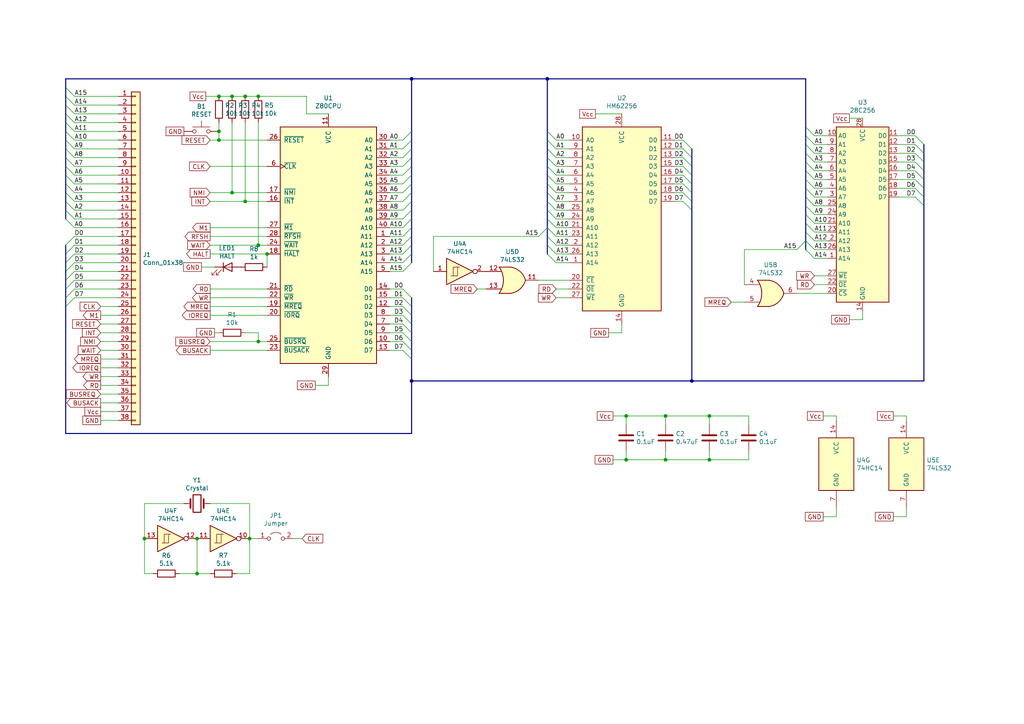
<source format=kicad_sch>
(kicad_sch (version 20211123) (generator eeschema)
  (paper "A4")
  (title_block (title "Computie 80") (rev "1"))
  (junction (at 71.12 58.42))
  (junction (at 119.38 110.49))
  (junction (at 63.5 40.64))
  (junction (at 71.12 27.94))
  (junction (at 181.61 133.35))
  (junction (at 193.04 133.35))
  (junction (at 67.31 27.94))
  (junction (at 158.75 22.86))
  (junction (at 74.93 99.06))
  (junction (at 74.93 27.94))
  (junction (at 63.5 38.1))
  (junction (at 193.04 120.65))
  (junction (at 200.66 110.49))
  (junction (at 72.39 156.21))
  (junction (at 77.47 73.66))
  (junction (at 57.15 166.37))
  (junction (at 41.91 156.21))
  (junction (at 67.31 55.88))
  (junction (at 57.15 156.21))
  (junction (at 181.61 120.65))
  (junction (at 74.93 71.12))
  (junction (at 205.74 120.65))
  (junction (at 205.74 133.35))
  (junction (at 119.38 22.86))
  (junction (at 63.5 27.94))
  (bus_entry (at 158.75 45.72) (size 2.54 2.54))
  (bus_entry (at 158.75 68.58) (size 2.54 2.54))
  (bus_entry (at 116.84 101.6) (size 2.54 2.54))
  (bus_entry (at 116.84 60.96) (size 2.54 -2.54))
  (bus_entry (at 19.05 48.26) (size 2.54 2.54))
  (bus_entry (at 233.68 62.23) (size 2.54 2.54))
  (bus_entry (at 233.68 69.85) (size 2.54 2.54))
  (bus_entry (at 19.05 40.64) (size 2.54 2.54))
  (bus_entry (at 19.05 83.82) (size 2.54 -2.54))
  (bus_entry (at 19.05 53.34) (size 2.54 2.54))
  (bus_entry (at 19.05 43.18) (size 2.54 2.54))
  (bus_entry (at 233.68 57.15) (size 2.54 2.54))
  (bus_entry (at 233.68 49.53) (size 2.54 2.54))
  (bus_entry (at 19.05 81.28) (size 2.54 -2.54))
  (bus_entry (at 116.84 48.26) (size 2.54 -2.54))
  (bus_entry (at 158.75 43.18) (size 2.54 2.54))
  (bus_entry (at 116.84 99.06) (size 2.54 2.54))
  (bus_entry (at 19.05 50.8) (size 2.54 2.54))
  (bus_entry (at 19.05 78.74) (size 2.54 -2.54))
  (bus_entry (at 158.75 58.42) (size 2.54 2.54))
  (bus_entry (at 19.05 35.56) (size 2.54 2.54))
  (bus_entry (at 158.75 53.34) (size 2.54 2.54))
  (bus_entry (at 233.68 44.45) (size 2.54 2.54))
  (bus_entry (at 158.75 55.88) (size 2.54 2.54))
  (bus_entry (at 116.84 45.72) (size 2.54 -2.54))
  (bus_entry (at 198.12 45.72) (size 2.54 2.54))
  (bus_entry (at 19.05 58.42) (size 2.54 2.54))
  (bus_entry (at 116.84 83.82) (size 2.54 2.54))
  (bus_entry (at 19.05 25.4) (size 2.54 2.54))
  (bus_entry (at 19.05 30.48) (size 2.54 2.54))
  (bus_entry (at 158.75 40.64) (size 2.54 2.54))
  (bus_entry (at 231.14 72.39) (size 2.54 -2.54))
  (bus_entry (at 233.68 64.77) (size 2.54 2.54))
  (bus_entry (at 265.43 46.99) (size 2.54 2.54))
  (bus_entry (at 265.43 41.91) (size 2.54 2.54))
  (bus_entry (at 19.05 27.94) (size 2.54 2.54))
  (bus_entry (at 198.12 50.8) (size 2.54 2.54))
  (bus_entry (at 198.12 55.88) (size 2.54 2.54))
  (bus_entry (at 265.43 49.53) (size 2.54 2.54))
  (bus_entry (at 116.84 78.74) (size 2.54 -2.54))
  (bus_entry (at 265.43 44.45) (size 2.54 2.54))
  (bus_entry (at 116.84 66.04) (size 2.54 -2.54))
  (bus_entry (at 233.68 46.99) (size 2.54 2.54))
  (bus_entry (at 158.75 71.12) (size 2.54 2.54))
  (bus_entry (at 198.12 48.26) (size 2.54 2.54))
  (bus_entry (at 233.68 39.37) (size 2.54 2.54))
  (bus_entry (at 198.12 58.42) (size 2.54 2.54))
  (bus_entry (at 156.21 68.58) (size 2.54 -2.54))
  (bus_entry (at 19.05 33.02) (size 2.54 2.54))
  (bus_entry (at 233.68 72.39) (size 2.54 2.54))
  (bus_entry (at 19.05 63.5) (size 2.54 2.54))
  (bus_entry (at 116.84 58.42) (size 2.54 -2.54))
  (bus_entry (at 116.84 71.12) (size 2.54 -2.54))
  (bus_entry (at 265.43 57.15) (size 2.54 2.54))
  (bus_entry (at 19.05 76.2) (size 2.54 -2.54))
  (bus_entry (at 19.05 38.1) (size 2.54 2.54))
  (bus_entry (at 158.75 38.1) (size 2.54 2.54))
  (bus_entry (at 116.84 50.8) (size 2.54 -2.54))
  (bus_entry (at 233.68 54.61) (size 2.54 2.54))
  (bus_entry (at 265.43 54.61) (size 2.54 2.54))
  (bus_entry (at 158.75 66.04) (size 2.54 2.54))
  (bus_entry (at 158.75 50.8) (size 2.54 2.54))
  (bus_entry (at 265.43 52.07) (size 2.54 2.54))
  (bus_entry (at 116.84 43.18) (size 2.54 -2.54))
  (bus_entry (at 233.68 67.31) (size 2.54 2.54))
  (bus_entry (at 19.05 60.96) (size 2.54 2.54))
  (bus_entry (at 116.84 55.88) (size 2.54 -2.54))
  (bus_entry (at 158.75 48.26) (size 2.54 2.54))
  (bus_entry (at 116.84 86.36) (size 2.54 2.54))
  (bus_entry (at 116.84 63.5) (size 2.54 -2.54))
  (bus_entry (at 19.05 88.9) (size 2.54 -2.54))
  (bus_entry (at 233.68 41.91) (size 2.54 2.54))
  (bus_entry (at 116.84 88.9) (size 2.54 2.54))
  (bus_entry (at 265.43 39.37) (size 2.54 2.54))
  (bus_entry (at 116.84 91.44) (size 2.54 2.54))
  (bus_entry (at 116.84 93.98) (size 2.54 2.54))
  (bus_entry (at 233.68 59.69) (size 2.54 2.54))
  (bus_entry (at 198.12 53.34) (size 2.54 2.54))
  (bus_entry (at 158.75 60.96) (size 2.54 2.54))
  (bus_entry (at 158.75 73.66) (size 2.54 2.54))
  (bus_entry (at 116.84 76.2) (size 2.54 -2.54))
  (bus_entry (at 116.84 68.58) (size 2.54 -2.54))
  (bus_entry (at 116.84 73.66) (size 2.54 -2.54))
  (bus_entry (at 233.68 36.83) (size 2.54 2.54))
  (bus_entry (at 198.12 43.18) (size 2.54 2.54))
  (bus_entry (at 198.12 40.64) (size 2.54 2.54))
  (bus_entry (at 19.05 45.72) (size 2.54 2.54))
  (bus_entry (at 158.75 63.5) (size 2.54 2.54))
  (bus_entry (at 19.05 73.66) (size 2.54 -2.54))
  (bus_entry (at 233.68 52.07) (size 2.54 2.54))
  (bus_entry (at 116.84 40.64) (size 2.54 -2.54))
  (bus_entry (at 19.05 71.12) (size 2.54 -2.54))
  (bus_entry (at 19.05 86.36) (size 2.54 -2.54))
  (bus_entry (at 116.84 53.34) (size 2.54 -2.54))
  (bus_entry (at 116.84 96.52) (size 2.54 2.54))
  (bus_entry (at 19.05 55.88) (size 2.54 2.54))
  (wire (pts (xy 52.07 166.37) (xy 57.15 166.37)))
  (bus (pts (xy 19.05 45.72) (xy 19.05 48.26)))
  (wire (pts (xy 74.93 71.12) (xy 77.47 71.12)))
  (bus (pts (xy 200.66 110.49) (xy 267.97 110.49)))
  (wire (pts (xy 236.22 67.31) (xy 240.03 67.31)))
  (wire (pts (xy 21.59 73.66) (xy 34.29 73.66)))
  (wire (pts (xy 116.84 60.96) (xy 113.03 60.96)))
  (wire (pts (xy 21.59 33.02) (xy 34.29 33.02)))
  (wire (pts (xy 77.47 88.9) (xy 60.96 88.9)))
  (wire (pts (xy 72.39 156.21) (xy 74.93 156.21)))
  (wire (pts (xy 34.29 99.06) (xy 29.21 99.06)))
  (wire (pts (xy 62.23 96.52) (xy 63.5 96.52)))
  (wire (pts (xy 198.12 40.64) (xy 195.58 40.64)))
  (bus (pts (xy 158.75 45.72) (xy 158.75 48.26)))
  (wire (pts (xy 60.96 68.58) (xy 77.47 68.58)))
  (wire (pts (xy 72.39 156.21) (xy 72.39 146.05)))
  (wire (pts (xy 34.29 71.12) (xy 21.59 71.12)))
  (wire (pts (xy 180.34 33.02) (xy 172.72 33.02)))
  (wire (pts (xy 57.15 166.37) (xy 60.96 166.37)))
  (bus (pts (xy 267.97 44.45) (xy 267.97 46.99)))
  (bus (pts (xy 19.05 50.8) (xy 19.05 53.34)))
  (bus (pts (xy 158.75 22.86) (xy 158.75 38.1)))
  (bus (pts (xy 233.68 57.15) (xy 233.68 59.69)))
  (wire (pts (xy 116.84 66.04) (xy 113.03 66.04)))
  (bus (pts (xy 19.05 81.28) (xy 19.05 83.82)))
  (wire (pts (xy 231.14 72.39) (xy 215.9 72.39)))
  (wire (pts (xy 74.93 35.56) (xy 74.93 71.12)))
  (wire (pts (xy 74.93 99.06) (xy 77.47 99.06)))
  (bus (pts (xy 233.68 36.83) (xy 233.68 39.37)))
  (wire (pts (xy 34.29 60.96) (xy 21.59 60.96)))
  (bus (pts (xy 119.38 63.5) (xy 119.38 66.04)))
  (wire (pts (xy 195.58 48.26) (xy 198.12 48.26)))
  (wire (pts (xy 236.22 54.61) (xy 240.03 54.61)))
  (wire (pts (xy 34.29 76.2) (xy 21.59 76.2)))
  (bus (pts (xy 233.68 59.69) (xy 233.68 62.23)))
  (wire (pts (xy 21.59 63.5) (xy 34.29 63.5)))
  (bus (pts (xy 233.68 49.53) (xy 233.68 52.07)))
  (wire (pts (xy 41.91 156.21) (xy 41.91 166.37)))
  (wire (pts (xy 21.59 55.88) (xy 34.29 55.88)))
  (bus (pts (xy 119.38 110.49) (xy 119.38 125.73)))
  (wire (pts (xy 113.03 68.58) (xy 116.84 68.58)))
  (bus (pts (xy 233.68 41.91) (xy 233.68 44.45)))
  (bus (pts (xy 158.75 60.96) (xy 158.75 63.5)))
  (wire (pts (xy 236.22 44.45) (xy 240.03 44.45)))
  (wire (pts (xy 238.76 149.86) (xy 242.57 149.86)))
  (wire (pts (xy 21.59 40.64) (xy 34.29 40.64)))
  (wire (pts (xy 74.93 27.94) (xy 88.9 27.94)))
  (wire (pts (xy 34.29 58.42) (xy 21.59 58.42)))
  (wire (pts (xy 113.03 83.82) (xy 116.84 83.82)))
  (bus (pts (xy 119.38 93.98) (xy 119.38 96.52)))
  (wire (pts (xy 161.29 50.8) (xy 165.1 50.8)))
  (wire (pts (xy 161.29 40.64) (xy 165.1 40.64)))
  (bus (pts (xy 19.05 71.12) (xy 19.05 73.66)))
  (wire (pts (xy 250.19 34.29) (xy 246.38 34.29)))
  (wire (pts (xy 260.35 39.37) (xy 265.43 39.37)))
  (wire (pts (xy 161.29 68.58) (xy 165.1 68.58)))
  (bus (pts (xy 200.66 60.96) (xy 200.66 110.49)))
  (bus (pts (xy 233.68 22.86) (xy 233.68 36.83)))
  (wire (pts (xy 262.89 149.86) (xy 262.89 147.32)))
  (bus (pts (xy 267.97 59.69) (xy 267.97 110.49)))
  (wire (pts (xy 29.21 116.84) (xy 34.29 116.84)))
  (bus (pts (xy 19.05 30.48) (xy 19.05 33.02)))
  (wire (pts (xy 57.15 166.37) (xy 57.15 156.21)))
  (bus (pts (xy 19.05 83.82) (xy 19.05 86.36)))
  (wire (pts (xy 34.29 93.98) (xy 29.21 93.98)))
  (wire (pts (xy 77.47 83.82) (xy 60.96 83.82)))
  (bus (pts (xy 19.05 73.66) (xy 19.05 76.2)))
  (bus (pts (xy 119.38 101.6) (xy 119.38 104.14)))
  (wire (pts (xy 60.96 86.36) (xy 77.47 86.36)))
  (wire (pts (xy 113.03 99.06) (xy 116.84 99.06)))
  (wire (pts (xy 240.03 41.91) (xy 236.22 41.91)))
  (wire (pts (xy 67.31 35.56) (xy 67.31 55.88)))
  (bus (pts (xy 200.66 43.18) (xy 200.66 45.72)))
  (wire (pts (xy 181.61 120.65) (xy 181.61 123.19)))
  (wire (pts (xy 181.61 133.35) (xy 181.61 130.81)))
  (wire (pts (xy 240.03 64.77) (xy 236.22 64.77)))
  (wire (pts (xy 95.25 33.02) (xy 88.9 33.02)))
  (wire (pts (xy 34.29 30.48) (xy 21.59 30.48)))
  (wire (pts (xy 34.29 48.26) (xy 21.59 48.26)))
  (wire (pts (xy 236.22 59.69) (xy 240.03 59.69)))
  (bus (pts (xy 119.38 96.52) (xy 119.38 99.06)))
  (bus (pts (xy 119.38 125.73) (xy 19.05 125.73)))
  (wire (pts (xy 161.29 73.66) (xy 165.1 73.66)))
  (wire (pts (xy 231.14 85.09) (xy 240.03 85.09)))
  (wire (pts (xy 242.57 120.65) (xy 242.57 121.92)))
  (wire (pts (xy 21.59 50.8) (xy 34.29 50.8)))
  (wire (pts (xy 193.04 120.65) (xy 181.61 120.65)))
  (bus (pts (xy 119.38 68.58) (xy 119.38 71.12)))
  (wire (pts (xy 29.21 106.68) (xy 34.29 106.68)))
  (bus (pts (xy 119.38 40.64) (xy 119.38 43.18)))
  (wire (pts (xy 205.74 120.65) (xy 217.17 120.65)))
  (wire (pts (xy 53.34 146.05) (xy 41.91 146.05)))
  (wire (pts (xy 156.21 81.28) (xy 165.1 81.28)))
  (bus (pts (xy 119.38 45.72) (xy 119.38 48.26)))
  (wire (pts (xy 113.03 93.98) (xy 116.84 93.98)))
  (wire (pts (xy 60.96 71.12) (xy 74.93 71.12)))
  (wire (pts (xy 180.34 96.52) (xy 180.34 93.98)))
  (wire (pts (xy 63.5 27.94) (xy 67.31 27.94)))
  (wire (pts (xy 217.17 133.35) (xy 217.17 130.81)))
  (wire (pts (xy 238.76 120.65) (xy 242.57 120.65)))
  (wire (pts (xy 21.59 27.94) (xy 34.29 27.94)))
  (wire (pts (xy 116.84 71.12) (xy 113.03 71.12)))
  (wire (pts (xy 60.96 66.04) (xy 77.47 66.04)))
  (bus (pts (xy 119.38 86.36) (xy 119.38 88.9)))
  (bus (pts (xy 158.75 68.58) (xy 158.75 71.12)))
  (bus (pts (xy 158.75 50.8) (xy 158.75 53.34)))
  (wire (pts (xy 236.22 80.01) (xy 240.03 80.01)))
  (bus (pts (xy 119.38 48.26) (xy 119.38 50.8)))
  (wire (pts (xy 71.12 58.42) (xy 60.96 58.42)))
  (wire (pts (xy 113.03 40.64) (xy 116.84 40.64)))
  (bus (pts (xy 119.38 58.42) (xy 119.38 60.96)))
  (wire (pts (xy 181.61 120.65) (xy 177.8 120.65)))
  (bus (pts (xy 119.38 22.86) (xy 158.75 22.86)))
  (wire (pts (xy 236.22 49.53) (xy 240.03 49.53)))
  (bus (pts (xy 158.75 58.42) (xy 158.75 60.96)))
  (wire (pts (xy 21.59 86.36) (xy 34.29 86.36)))
  (wire (pts (xy 21.59 45.72) (xy 34.29 45.72)))
  (wire (pts (xy 212.09 87.63) (xy 215.9 87.63)))
  (wire (pts (xy 240.03 52.07) (xy 236.22 52.07)))
  (wire (pts (xy 29.21 111.76) (xy 34.29 111.76)))
  (wire (pts (xy 195.58 43.18) (xy 198.12 43.18)))
  (bus (pts (xy 233.68 64.77) (xy 233.68 67.31)))
  (wire (pts (xy 60.96 40.64) (xy 63.5 40.64)))
  (wire (pts (xy 177.8 133.35) (xy 181.61 133.35)))
  (bus (pts (xy 158.75 22.86) (xy 233.68 22.86)))
  (wire (pts (xy 260.35 49.53) (xy 265.43 49.53)))
  (wire (pts (xy 215.9 72.39) (xy 215.9 82.55)))
  (wire (pts (xy 60.96 55.88) (xy 67.31 55.88)))
  (wire (pts (xy 260.35 54.61) (xy 265.43 54.61)))
  (bus (pts (xy 233.68 39.37) (xy 233.68 41.91)))
  (wire (pts (xy 113.03 88.9) (xy 116.84 88.9)))
  (wire (pts (xy 34.29 43.18) (xy 21.59 43.18)))
  (wire (pts (xy 240.03 46.99) (xy 236.22 46.99)))
  (wire (pts (xy 198.12 50.8) (xy 195.58 50.8)))
  (wire (pts (xy 161.29 71.12) (xy 165.1 71.12)))
  (wire (pts (xy 116.84 55.88) (xy 113.03 55.88)))
  (bus (pts (xy 19.05 40.64) (xy 19.05 43.18)))
  (wire (pts (xy 34.29 114.3) (xy 29.21 114.3)))
  (wire (pts (xy 161.29 43.18) (xy 165.1 43.18)))
  (bus (pts (xy 119.38 71.12) (xy 119.38 73.66)))
  (wire (pts (xy 74.93 96.52) (xy 74.93 99.06)))
  (wire (pts (xy 161.29 48.26) (xy 165.1 48.26)))
  (wire (pts (xy 217.17 120.65) (xy 217.17 123.19)))
  (wire (pts (xy 63.5 35.56) (xy 63.5 38.1)))
  (bus (pts (xy 19.05 53.34) (xy 19.05 55.88)))
  (wire (pts (xy 193.04 123.19) (xy 193.04 120.65)))
  (wire (pts (xy 71.12 27.94) (xy 74.93 27.94)))
  (wire (pts (xy 198.12 45.72) (xy 195.58 45.72)))
  (bus (pts (xy 19.05 27.94) (xy 19.05 30.48)))
  (wire (pts (xy 68.58 166.37) (xy 72.39 166.37)))
  (wire (pts (xy 41.91 146.05) (xy 41.91 156.21)))
  (wire (pts (xy 34.29 104.14) (xy 29.21 104.14)))
  (bus (pts (xy 233.68 52.07) (xy 233.68 54.61)))
  (bus (pts (xy 119.38 55.88) (xy 119.38 58.42)))
  (wire (pts (xy 193.04 133.35) (xy 205.74 133.35)))
  (bus (pts (xy 233.68 67.31) (xy 233.68 69.85)))
  (bus (pts (xy 200.66 58.42) (xy 200.66 60.96)))
  (wire (pts (xy 161.29 63.5) (xy 165.1 63.5)))
  (wire (pts (xy 113.03 48.26) (xy 116.84 48.26)))
  (bus (pts (xy 119.38 22.86) (xy 119.38 38.1)))
  (wire (pts (xy 116.84 101.6) (xy 113.03 101.6)))
  (wire (pts (xy 88.9 27.94) (xy 88.9 33.02)))
  (wire (pts (xy 113.03 76.2) (xy 116.84 76.2)))
  (wire (pts (xy 138.43 83.82) (xy 140.97 83.82)))
  (bus (pts (xy 233.68 54.61) (xy 233.68 57.15)))
  (bus (pts (xy 233.68 44.45) (xy 233.68 46.99)))
  (wire (pts (xy 34.29 53.34) (xy 21.59 53.34)))
  (wire (pts (xy 21.59 38.1) (xy 34.29 38.1)))
  (bus (pts (xy 119.38 88.9) (xy 119.38 91.44)))
  (wire (pts (xy 236.22 72.39) (xy 240.03 72.39)))
  (wire (pts (xy 85.09 156.21) (xy 87.63 156.21)))
  (bus (pts (xy 119.38 91.44) (xy 119.38 93.98)))
  (wire (pts (xy 63.5 40.64) (xy 77.47 40.64)))
  (wire (pts (xy 29.21 96.52) (xy 34.29 96.52)))
  (wire (pts (xy 77.47 91.44) (xy 60.96 91.44)))
  (bus (pts (xy 233.68 46.99) (xy 233.68 49.53)))
  (wire (pts (xy 242.57 149.86) (xy 242.57 147.32)))
  (bus (pts (xy 158.75 48.26) (xy 158.75 50.8)))
  (wire (pts (xy 21.59 68.58) (xy 34.29 68.58)))
  (wire (pts (xy 71.12 35.56) (xy 71.12 58.42)))
  (wire (pts (xy 21.59 81.28) (xy 34.29 81.28)))
  (bus (pts (xy 267.97 41.91) (xy 267.97 44.45)))
  (bus (pts (xy 19.05 58.42) (xy 19.05 60.96)))
  (bus (pts (xy 200.66 45.72) (xy 200.66 48.26)))
  (bus (pts (xy 119.38 99.06) (xy 119.38 101.6)))
  (wire (pts (xy 77.47 48.26) (xy 60.96 48.26)))
  (wire (pts (xy 29.21 91.44) (xy 34.29 91.44)))
  (bus (pts (xy 267.97 52.07) (xy 267.97 54.61)))
  (bus (pts (xy 119.38 60.96) (xy 119.38 63.5)))
  (wire (pts (xy 161.29 83.82) (xy 165.1 83.82)))
  (wire (pts (xy 240.03 57.15) (xy 236.22 57.15)))
  (wire (pts (xy 195.58 53.34) (xy 198.12 53.34)))
  (bus (pts (xy 119.38 104.14) (xy 119.38 110.49)))
  (wire (pts (xy 116.84 91.44) (xy 113.03 91.44)))
  (bus (pts (xy 19.05 33.02) (xy 19.05 35.56)))
  (wire (pts (xy 72.39 166.37) (xy 72.39 156.21)))
  (wire (pts (xy 161.29 45.72) (xy 165.1 45.72)))
  (bus (pts (xy 19.05 22.86) (xy 19.05 25.4)))
  (bus (pts (xy 19.05 35.56) (xy 19.05 38.1)))
  (bus (pts (xy 267.97 57.15) (xy 267.97 59.69)))
  (wire (pts (xy 161.29 58.42) (xy 165.1 58.42)))
  (wire (pts (xy 34.29 35.56) (xy 21.59 35.56)))
  (bus (pts (xy 200.66 50.8) (xy 200.66 53.34)))
  (wire (pts (xy 29.21 121.92) (xy 34.29 121.92)))
  (bus (pts (xy 19.05 22.86) (xy 119.38 22.86)))
  (wire (pts (xy 260.35 46.99) (xy 265.43 46.99)))
  (bus (pts (xy 119.38 110.49) (xy 200.66 110.49)))
  (wire (pts (xy 198.12 55.88) (xy 195.58 55.88)))
  (bus (pts (xy 119.38 50.8) (xy 119.38 53.34)))
  (bus (pts (xy 19.05 25.4) (xy 19.05 27.94)))
  (wire (pts (xy 113.03 53.34) (xy 116.84 53.34)))
  (wire (pts (xy 116.84 86.36) (xy 113.03 86.36)))
  (bus (pts (xy 200.66 48.26) (xy 200.66 50.8)))
  (wire (pts (xy 91.44 111.76) (xy 95.25 111.76)))
  (bus (pts (xy 19.05 55.88) (xy 19.05 58.42)))
  (wire (pts (xy 161.29 60.96) (xy 165.1 60.96)))
  (wire (pts (xy 161.29 76.2) (xy 165.1 76.2)))
  (wire (pts (xy 205.74 133.35) (xy 217.17 133.35)))
  (bus (pts (xy 233.68 62.23) (xy 233.68 64.77)))
  (wire (pts (xy 240.03 74.93) (xy 236.22 74.93)))
  (bus (pts (xy 158.75 40.64) (xy 158.75 43.18)))
  (wire (pts (xy 236.22 82.55) (xy 240.03 82.55)))
  (wire (pts (xy 41.91 166.37) (xy 44.45 166.37)))
  (bus (pts (xy 158.75 63.5) (xy 158.75 66.04)))
  (wire (pts (xy 113.03 58.42) (xy 116.84 58.42)))
  (wire (pts (xy 260.35 44.45) (xy 265.43 44.45)))
  (bus (pts (xy 158.75 66.04) (xy 158.75 68.58)))
  (wire (pts (xy 116.84 50.8) (xy 113.03 50.8)))
  (wire (pts (xy 113.03 73.66) (xy 116.84 73.66)))
  (wire (pts (xy 60.96 73.66) (xy 77.47 73.66)))
  (wire (pts (xy 34.29 88.9) (xy 29.21 88.9)))
  (bus (pts (xy 119.38 73.66) (xy 119.38 76.2)))
  (wire (pts (xy 67.31 55.88) (xy 77.47 55.88)))
  (wire (pts (xy 260.35 57.15) (xy 265.43 57.15)))
  (wire (pts (xy 113.03 63.5) (xy 116.84 63.5)))
  (wire (pts (xy 116.84 78.74) (xy 113.03 78.74)))
  (wire (pts (xy 60.96 99.06) (xy 74.93 99.06)))
  (wire (pts (xy 193.04 133.35) (xy 193.04 130.81)))
  (wire (pts (xy 95.25 111.76) (xy 95.25 109.22)))
  (bus (pts (xy 158.75 71.12) (xy 158.75 73.66)))
  (wire (pts (xy 205.74 133.35) (xy 205.74 130.81)))
  (wire (pts (xy 260.35 41.91) (xy 265.43 41.91)))
  (wire (pts (xy 250.19 92.71) (xy 250.19 90.17)))
  (bus (pts (xy 19.05 60.96) (xy 19.05 63.5)))
  (wire (pts (xy 34.29 66.04) (xy 21.59 66.04)))
  (wire (pts (xy 113.03 43.18) (xy 116.84 43.18)))
  (bus (pts (xy 19.05 86.36) (xy 19.05 88.9)))
  (bus (pts (xy 19.05 78.74) (xy 19.05 81.28)))
  (wire (pts (xy 29.21 101.6) (xy 34.29 101.6)))
  (bus (pts (xy 119.38 38.1) (xy 119.38 40.64)))
  (wire (pts (xy 161.29 55.88) (xy 165.1 55.88)))
  (wire (pts (xy 260.35 52.07) (xy 265.43 52.07)))
  (wire (pts (xy 59.69 27.94) (xy 63.5 27.94)))
  (wire (pts (xy 60.96 101.6) (xy 77.47 101.6)))
  (wire (pts (xy 21.59 78.74) (xy 34.29 78.74)))
  (wire (pts (xy 176.53 96.52) (xy 180.34 96.52)))
  (bus (pts (xy 200.66 53.34) (xy 200.66 55.88)))
  (wire (pts (xy 77.47 73.66) (xy 77.47 77.47)))
  (wire (pts (xy 72.39 146.05) (xy 60.96 146.05)))
  (bus (pts (xy 19.05 76.2) (xy 19.05 78.74)))
  (bus (pts (xy 119.38 43.18) (xy 119.38 45.72)))
  (bus (pts (xy 233.68 69.85) (xy 233.68 72.39)))
  (wire (pts (xy 246.38 92.71) (xy 250.19 92.71)))
  (bus (pts (xy 119.38 53.34) (xy 119.38 55.88)))
  (wire (pts (xy 34.29 119.38) (xy 29.21 119.38)))
  (wire (pts (xy 240.03 69.85) (xy 236.22 69.85)))
  (wire (pts (xy 198.12 58.42) (xy 195.58 58.42)))
  (wire (pts (xy 259.08 149.86) (xy 262.89 149.86)))
  (wire (pts (xy 236.22 39.37) (xy 240.03 39.37)))
  (wire (pts (xy 193.04 120.65) (xy 205.74 120.65)))
  (bus (pts (xy 158.75 55.88) (xy 158.75 58.42)))
  (wire (pts (xy 34.29 109.22) (xy 29.21 109.22)))
  (wire (pts (xy 125.73 68.58) (xy 156.21 68.58)))
  (wire (pts (xy 63.5 38.1) (xy 63.5 40.64)))
  (wire (pts (xy 62.23 77.47) (xy 58.42 77.47)))
  (wire (pts (xy 21.59 83.82) (xy 34.29 83.82)))
  (wire (pts (xy 77.47 58.42) (xy 71.12 58.42)))
  (bus (pts (xy 158.75 38.1) (xy 158.75 40.64)))
  (bus (pts (xy 119.38 66.04) (xy 119.38 68.58)))
  (wire (pts (xy 116.84 96.52) (xy 113.03 96.52)))
  (wire (pts (xy 116.84 45.72) (xy 113.03 45.72)))
  (wire (pts (xy 71.12 96.52) (xy 74.93 96.52)))
  (wire (pts (xy 205.74 120.65) (xy 205.74 123.19)))
  (bus (pts (xy 19.05 38.1) (xy 19.05 40.64)))
  (bus (pts (xy 267.97 46.99) (xy 267.97 49.53)))
  (bus (pts (xy 200.66 55.88) (xy 200.66 58.42)))
  (bus (pts (xy 158.75 53.34) (xy 158.75 55.88)))
  (wire (pts (xy 161.29 53.34) (xy 165.1 53.34)))
  (wire (pts (xy 262.89 120.65) (xy 262.89 121.92)))
  (wire (pts (xy 161.29 86.36) (xy 165.1 86.36)))
  (wire (pts (xy 125.73 78.74) (xy 125.73 68.58)))
  (bus (pts (xy 19.05 48.26) (xy 19.05 50.8)))
  (wire (pts (xy 181.61 133.35) (xy 193.04 133.35)))
  (wire (pts (xy 161.29 66.04) (xy 165.1 66.04)))
  (bus (pts (xy 19.05 43.18) (xy 19.05 45.72)))
  (bus (pts (xy 267.97 49.53) (xy 267.97 52.07)))
  (bus (pts (xy 19.05 88.9) (xy 19.05 125.73)))
  (wire (pts (xy 240.03 62.23) (xy 236.22 62.23)))
  (wire (pts (xy 67.31 27.94) (xy 71.12 27.94)))
  (bus (pts (xy 158.75 43.18) (xy 158.75 45.72)))
  (wire (pts (xy 259.08 120.65) (xy 262.89 120.65)))
  (bus (pts (xy 267.97 54.61) (xy 267.97 57.15)))
  (label "D3" (at 21.59 76.2 0))
  (label "A3" (at 113.03 48.26 0))
  (label "A15" (at 152.4 68.58 0))
  (label "A4" (at 236.22 49.53 0))
  (label "A4" (at 113.03 50.8 0))
  (label "D1" (at 21.59 71.12 0))
  (label "A3" (at 236.22 46.99 0))
  (label "A8" (at 236.22 59.69 0))
  (label "A6" (at 161.29 55.88 0))
  (label "A7" (at 161.29 58.42 0))
  (label "A15" (at 227.33 72.39 0))
  (label "D4" (at 195.58 50.8 0))
  (label "D2" (at 195.58 45.72 0))
  (label "A13" (at 161.29 73.66 0))
  (label "D7" (at 114.3 101.6 0))
  (label "A5" (at 21.59 53.34 0))
  (label "A10" (at 21.59 40.64 0))
  (label "D1" (at 114.3 86.36 0))
  (label "A9" (at 161.29 63.5 0))
  (label "A5" (at 113.03 53.34 0))
  (label "D6" (at 195.58 55.88 0))
  (label "D2" (at 21.59 73.66 0))
  (label "D0" (at 114.3 83.82 0))
  (label "D2" (at 114.3 88.9 0))
  (label "D0" (at 195.58 40.64 0))
  (label "A9" (at 236.22 62.23 0))
  (label "A1" (at 161.29 43.18 0))
  (label "D7" (at 195.58 58.42 0))
  (label "A14" (at 21.59 30.48 0))
  (label "A11" (at 236.22 67.31 0))
  (label "A6" (at 21.59 50.8 0))
  (label "D5" (at 21.59 81.28 0))
  (label "A13" (at 113.03 73.66 0))
  (label "A9" (at 113.03 63.5 0))
  (label "A11" (at 21.59 38.1 0))
  (label "D4" (at 21.59 78.74 0))
  (label "A0" (at 113.03 40.64 0))
  (label "A7" (at 21.59 48.26 0))
  (label "A12" (at 236.22 69.85 0))
  (label "A15" (at 113.03 78.74 0))
  (label "A4" (at 21.59 55.88 0))
  (label "A7" (at 236.22 57.15 0))
  (label "A0" (at 161.29 40.64 0))
  (label "A6" (at 236.22 54.61 0))
  (label "A1" (at 113.03 43.18 0))
  (label "A14" (at 236.22 74.93 0))
  (label "D0" (at 262.89 39.37 0))
  (label "A13" (at 236.22 72.39 0))
  (label "A2" (at 161.29 45.72 0))
  (label "A15" (at 21.59 27.94 0))
  (label "D3" (at 262.89 46.99 0))
  (label "A3" (at 161.29 48.26 0))
  (label "A12" (at 161.29 71.12 0))
  (label "A2" (at 21.59 60.96 0))
  (label "A3" (at 21.59 58.42 0))
  (label "A10" (at 161.29 66.04 0))
  (label "D4" (at 262.89 49.53 0))
  (label "A10" (at 113.03 66.04 0))
  (label "A12" (at 113.03 71.12 0))
  (label "A7" (at 113.03 58.42 0))
  (label "D0" (at 21.59 68.58 0))
  (label "A14" (at 161.29 76.2 0))
  (label "D7" (at 262.89 57.15 0))
  (label "A4" (at 161.29 50.8 0))
  (label "D3" (at 114.3 91.44 0))
  (label "D1" (at 262.89 41.91 0))
  (label "A6" (at 113.03 55.88 0))
  (label "A0" (at 236.22 39.37 0))
  (label "D3" (at 195.58 48.26 0))
  (label "A5" (at 161.29 53.34 0))
  (label "D5" (at 114.3 96.52 0))
  (label "A1" (at 21.59 63.5 0))
  (label "A0" (at 21.59 66.04 0))
  (label "A8" (at 21.59 45.72 0))
  (label "A14" (at 113.03 76.2 0))
  (label "A2" (at 113.03 45.72 0))
  (label "D5" (at 195.58 53.34 0))
  (label "A1" (at 236.22 41.91 0))
  (label "D4" (at 114.3 93.98 0))
  (label "A12" (at 21.59 35.56 0))
  (label "D6" (at 21.59 83.82 0))
  (label "A5" (at 236.22 52.07 0))
  (label "A9" (at 21.59 43.18 0))
  (label "A11" (at 113.03 68.58 0))
  (label "D6" (at 262.89 54.61 0))
  (label "D2" (at 262.89 44.45 0))
  (label "A8" (at 161.29 60.96 0))
  (label "A10" (at 236.22 64.77 0))
  (label "D6" (at 114.3 99.06 0))
  (label "A13" (at 21.59 33.02 0))
  (label "D1" (at 195.58 43.18 0))
  (label "A11" (at 161.29 68.58 0))
  (label "D5" (at 262.89 52.07 0))
  (label "D7" (at 21.59 86.36 0))
  (label "A2" (at 236.22 44.45 0))
  (label "A8" (at 113.03 60.96 0))
  (global_label "RD" (shape input) (at 161.29 83.82 180) (property "Intersheet References" "${INTERSHEET_REFS}" (effects hide)))
  (global_label "Vcc" (shape passive) (at 29.21 119.38 180) (property "Intersheet References" "${INTERSHEET_REFS}" (effects hide)))
  (global_label "RESET" (shape input) (at 29.21 93.98 180) (property "Intersheet References" "${INTERSHEET_REFS}" (effects hide)))
  (global_label "Vcc" (shape passive) (at 172.72 33.02 180) (property "Intersheet References" "${INTERSHEET_REFS}" (effects hide)))
  (global_label "RESET" (shape input) (at 60.96 40.64 180) (property "Intersheet References" "${INTERSHEET_REFS}" (effects hide)))
  (global_label "RD" (shape input) (at 236.22 82.55 180) (property "Intersheet References" "${INTERSHEET_REFS}" (effects hide)))
  (global_label "RFSH" (shape output) (at 60.96 68.58 180) (property "Intersheet References" "${INTERSHEET_REFS}" (effects hide)))
  (global_label "M1" (shape output) (at 60.96 66.04 180) (property "Intersheet References" "${INTERSHEET_REFS}" (effects hide)))
  (global_label "GND" (shape passive) (at 238.76 149.86 180) (property "Intersheet References" "${INTERSHEET_REFS}" (effects hide)))
  (global_label "BUSREQ" (shape input) (at 60.96 99.06 180) (property "Intersheet References" "${INTERSHEET_REFS}" (effects hide)))
  (global_label "GND" (shape passive) (at 246.38 92.71 180) (property "Intersheet References" "${INTERSHEET_REFS}" (effects hide)))
  (global_label "MREQ" (shape input) (at 138.43 83.82 180) (property "Intersheet References" "${INTERSHEET_REFS}" (effects hide)))
  (global_label "GND" (shape passive) (at 29.21 121.92 180) (property "Intersheet References" "${INTERSHEET_REFS}" (effects hide)))
  (global_label "GND" (shape passive) (at 53.34 38.1 180) (property "Intersheet References" "${INTERSHEET_REFS}" (effects hide)))
  (global_label "CLK" (shape input) (at 87.63 156.21 0) (property "Intersheet References" "${INTERSHEET_REFS}" (effects hide)))
  (global_label "MREQ" (shape output) (at 29.21 104.14 180) (property "Intersheet References" "${INTERSHEET_REFS}" (effects hide)))
  (global_label "Vcc" (shape passive) (at 177.8 120.65 180) (property "Intersheet References" "${INTERSHEET_REFS}" (effects hide)))
  (global_label "M1" (shape output) (at 29.21 91.44 180) (property "Intersheet References" "${INTERSHEET_REFS}" (effects hide)))
  (global_label "Vcc" (shape passive) (at 59.69 27.94 180) (property "Intersheet References" "${INTERSHEET_REFS}" (effects hide)))
  (global_label "BUSACK" (shape output) (at 60.96 101.6 180) (property "Intersheet References" "${INTERSHEET_REFS}" (effects hide)))
  (global_label "IOREQ" (shape output) (at 29.21 106.68 180) (property "Intersheet References" "${INTERSHEET_REFS}" (effects hide)))
  (global_label "GND" (shape passive) (at 58.42 77.47 180) (property "Intersheet References" "${INTERSHEET_REFS}" (effects hide)))
  (global_label "HALT" (shape output) (at 60.96 73.66 180) (property "Intersheet References" "${INTERSHEET_REFS}" (effects hide)))
  (global_label "CLK" (shape input) (at 60.96 48.26 180) (property "Intersheet References" "${INTERSHEET_REFS}" (effects hide)))
  (global_label "GND" (shape passive) (at 62.23 96.52 180) (property "Intersheet References" "${INTERSHEET_REFS}" (effects hide)))
  (global_label "INT" (shape input) (at 29.21 96.52 180) (property "Intersheet References" "${INTERSHEET_REFS}" (effects hide)))
  (global_label "GND" (shape passive) (at 259.08 149.86 180) (property "Intersheet References" "${INTERSHEET_REFS}" (effects hide)))
  (global_label "IOREQ" (shape output) (at 60.96 91.44 180) (property "Intersheet References" "${INTERSHEET_REFS}" (effects hide)))
  (global_label "GND" (shape passive) (at 91.44 111.76 180) (property "Intersheet References" "${INTERSHEET_REFS}" (effects hide)))
  (global_label "NMI" (shape input) (at 60.96 55.88 180) (property "Intersheet References" "${INTERSHEET_REFS}" (effects hide)))
  (global_label "NMI" (shape input) (at 29.21 99.06 180) (property "Intersheet References" "${INTERSHEET_REFS}" (effects hide)))
  (global_label "BUSREQ" (shape input) (at 29.21 114.3 180) (property "Intersheet References" "${INTERSHEET_REFS}" (effects hide)))
  (global_label "GND" (shape passive) (at 176.53 96.52 180) (property "Intersheet References" "${INTERSHEET_REFS}" (effects hide)))
  (global_label "WR" (shape output) (at 29.21 109.22 180) (property "Intersheet References" "${INTERSHEET_REFS}" (effects hide)))
  (global_label "Vcc" (shape passive) (at 259.08 120.65 180) (property "Intersheet References" "${INTERSHEET_REFS}" (effects hide)))
  (global_label "WAIT" (shape input) (at 29.21 101.6 180) (property "Intersheet References" "${INTERSHEET_REFS}" (effects hide)))
  (global_label "Vcc" (shape passive) (at 246.38 34.29 180) (property "Intersheet References" "${INTERSHEET_REFS}" (effects hide)))
  (global_label "WR" (shape input) (at 236.22 80.01 180) (property "Intersheet References" "${INTERSHEET_REFS}" (effects hide)))
  (global_label "MREQ" (shape input) (at 212.09 87.63 180) (property "Intersheet References" "${INTERSHEET_REFS}" (effects hide)))
  (global_label "RD" (shape output) (at 29.21 111.76 180) (property "Intersheet References" "${INTERSHEET_REFS}" (effects hide)))
  (global_label "GND" (shape passive) (at 177.8 133.35 180) (property "Intersheet References" "${INTERSHEET_REFS}" (effects hide)))
  (global_label "CLK" (shape input) (at 29.21 88.9 180) (property "Intersheet References" "${INTERSHEET_REFS}" (effects hide)))
  (global_label "BUSACK" (shape output) (at 29.21 116.84 180) (property "Intersheet References" "${INTERSHEET_REFS}" (effects hide)))
  (global_label "Vcc" (shape passive) (at 238.76 120.65 180) (property "Intersheet References" "${INTERSHEET_REFS}" (effects hide)))
  (global_label "WR" (shape output) (at 60.96 86.36 180) (property "Intersheet References" "${INTERSHEET_REFS}" (effects hide)))
  (global_label "INT" (shape input) (at 60.96 58.42 180) (property "Intersheet References" "${INTERSHEET_REFS}" (effects hide)))
  (global_label "WR" (shape input) (at 161.29 86.36 180) (property "Intersheet References" "${INTERSHEET_REFS}" (effects hide)))
  (global_label "MREQ" (shape output) (at 60.96 88.9 180) (property "Intersheet References" "${INTERSHEET_REFS}" (effects hide)))
  (global_label "RD" (shape output) (at 60.96 83.82 180) (property "Intersheet References" "${INTERSHEET_REFS}" (effects hide)))
  (global_label "WAIT" (shape input) (at 60.96 71.12 180) (property "Intersheet References" "${INTERSHEET_REFS}" (effects hide)))
  (symbol (lib_id "CPU:Z80CPU") (at 95.25 71.12 0) (unit 1)
    (property "Reference" "U1" (at 95.25 28.4226 0))
    (property "Value" "Z80CPU" (at 95.25 30.734 0))
    (property "Footprint" "Package_DIP:DIP-40_W15.24mm" (effects hide))
    (property "Datasheet" "www.zilog.com/manage_directlink.php?filepath=docs/z80/um0080" (effects hide))
  )
  (symbol (lib_id "Computie_Memory:HM62256") (at 180.34 63.5 0) (unit 1)
    (property "Reference" "U2" (at 180.34 28.4226 0))
    (property "Value" "HM62256" (at 180.34 30.734 0))
    (property "Footprint" "Package_DIP:DIP-28_W15.24mm_Socket" (effects hide))
  )
  (symbol (lib_id "Memory_EEPROM:28C256") (at 250.19 62.23 0) (unit 1)
    (property "Reference" "U3" (at 250.19 29.6926 0))
    (property "Value" "28C256" (at 250.19 32.004 0))
    (property "Footprint" "Package_DIP:DIP-28_W15.24mm_Socket" (effects hide))
    (property "Datasheet" "http://ww1.microchip.com/downloads/en/DeviceDoc/doc0006.pdf" (effects hide))
  )
  (symbol (lib_id "Connector_Generic:Conn_01x38") (at 39.37 73.66 0) (unit 1)
    (property "Reference" "J1" (at 41.402 73.8632 0) (effects (justify left)))
    (property "Value" "Conn_01x38" (at 41.402 76.1746 0) (effects (justify left)))
    (property "Footprint" "Connector_PinHeader_2.54mm:PinHeader_1x38_P2.54mm_Vertical" (effects hide))
  )
  (symbol (lib_id "74xx:74HC14") (at 133.35 78.74 0) (unit 1)
    (property "Reference" "U4" (at 133.35 70.6882 0))
    (property "Value" "74HC14" (at 133.35 72.9996 0))
    (property "Footprint" "Package_DIP:DIP-14_W7.62mm" (effects hide))
    (property "Datasheet" "http://www.ti.com/lit/gpn/sn74HC14" (effects hide))
  )
  (symbol (lib_id "Device:C") (at 205.74 127 0) (unit 1)
    (property "Reference" "C3" (at 208.661 125.8316 0) (effects (justify left)))
    (property "Value" "0.1uF" (at 208.661 128.143 0) (effects (justify left)))
    (property "Footprint" "Capacitor_THT:C_Disc_D3.0mm_W2.0mm_P2.50mm" (effects hide))
  )
  (symbol (lib_id "Device:C") (at 217.17 127 0) (unit 1)
    (property "Reference" "C4" (at 220.091 125.8316 0) (effects (justify left)))
    (property "Value" "0.1uF" (at 220.091 128.143 0) (effects (justify left)))
    (property "Footprint" "Capacitor_THT:C_Disc_D3.0mm_W2.0mm_P2.50mm" (effects hide))
  )
  (symbol (lib_id "74xx:74LS32") (at 148.59 81.28 0) (unit 4)
    (property "Reference" "U5" (at 148.59 73.025 0))
    (property "Value" "74LS32" (at 148.59 75.3364 0))
    (property "Footprint" "Package_DIP:DIP-14_W7.62mm" (effects hide))
    (property "Datasheet" "http://www.ti.com/lit/gpn/sn74LS32" (effects hide))
  )
  (symbol (lib_id "74xx:74LS32") (at 223.52 85.09 0) (unit 2)
    (property "Reference" "U5" (at 223.52 76.835 0))
    (property "Value" "74LS32" (at 223.52 79.1464 0))
    (property "Footprint" "Package_DIP:DIP-14_W7.62mm" (effects hide))
    (property "Datasheet" "http://www.ti.com/lit/gpn/sn74LS32" (effects hide))
  )
  (symbol (lib_id "Device:R") (at 67.31 96.52 270) (unit 1)
    (property "Reference" "R1" (at 67.31 91.2622 90))
    (property "Value" "10k" (at 67.31 93.5736 90))
    (property "Footprint" "Resistor_THT:R_Axial_DIN0207_L6.3mm_D2.5mm_P7.62mm_Horizontal" (effects hide))
  )
  (symbol (lib_id "Device:R") (at 74.93 31.75 0) (unit 1)
    (property "Reference" "R5" (at 76.708 30.5816 0) (effects (justify left)))
    (property "Value" "10k" (at 76.708 32.893 0) (effects (justify left)))
    (property "Footprint" "Resistor_THT:R_Axial_DIN0207_L6.3mm_D2.5mm_P7.62mm_Horizontal" (effects hide))
  )
  (symbol (lib_id "Device:R") (at 71.12 31.75 0) (unit 1)
    (property "Reference" "R4" (at 72.898 30.5816 0) (effects (justify left)))
    (property "Value" "10k" (at 72.898 32.893 0) (effects (justify left)))
    (property "Footprint" "Resistor_THT:R_Axial_DIN0207_L6.3mm_D2.5mm_P7.62mm_Horizontal" (effects hide))
  )
  (symbol (lib_id "Device:R") (at 67.31 31.75 0) (unit 1)
    (property "Reference" "R3" (at 69.088 30.5816 0) (effects (justify left)))
    (property "Value" "10k" (at 69.088 32.893 0) (effects (justify left)))
    (property "Footprint" "Resistor_THT:R_Axial_DIN0207_L6.3mm_D2.5mm_P7.62mm_Horizontal" (effects hide))
  )
  (symbol (lib_id "Device:R") (at 63.5 31.75 0) (unit 1)
    (property "Reference" "R2" (at 65.278 30.5816 0) (effects (justify left)))
    (property "Value" "10k" (at 65.278 32.893 0) (effects (justify left)))
    (property "Footprint" "Resistor_THT:R_Axial_DIN0207_L6.3mm_D2.5mm_P7.62mm_Horizontal" (effects hide))
  )
  (symbol (lib_id "74xx:74HC14") (at 242.57 134.62 0) (unit 7)
    (property "Reference" "U4" (at 248.412 133.4516 0) (effects (justify left)))
    (property "Value" "74HC14" (at 248.412 135.763 0) (effects (justify left)))
    (property "Footprint" "Package_DIP:DIP-14_W7.62mm" (effects hide))
    (property "Datasheet" "http://www.ti.com/lit/gpn/sn74HC14" (effects hide))
  )
  (symbol (lib_id "74xx:74LS32") (at 262.89 134.62 0) (unit 5)
    (property "Reference" "U5" (at 268.732 133.4516 0) (effects (justify left)))
    (property "Value" "74LS32" (at 268.732 135.763 0) (effects (justify left)))
    (property "Footprint" "Package_DIP:DIP-14_W7.62mm" (effects hide))
    (property "Datasheet" "http://www.ti.com/lit/gpn/sn74LS32" (effects hide))
  )
  (symbol (lib_id "Switch:SW_Push") (at 58.42 38.1 0) (unit 1)
    (property "Reference" "B1" (at 58.42 30.861 0))
    (property "Value" "RESET" (at 58.42 33.1724 0))
    (property "Footprint" "Button_Switch_THT:SW_PUSH_6mm" (effects hide))
  )
  (symbol (lib_id "Device:C") (at 181.61 127 0) (unit 1)
    (property "Reference" "C1" (at 184.531 125.8316 0) (effects (justify left)))
    (property "Value" "0.1uF" (at 184.531 128.143 0) (effects (justify left)))
    (property "Footprint" "Capacitor_THT:C_Disc_D3.0mm_W2.0mm_P2.50mm" (effects hide))
  )
  (symbol (lib_id "Device:C") (at 193.04 127 0) (unit 1)
    (property "Reference" "C2" (at 195.961 125.8316 0) (effects (justify left)))
    (property "Value" "0.47uF" (at 195.961 128.143 0) (effects (justify left)))
    (property "Footprint" "Capacitor_THT:C_Disc_D3.0mm_W2.0mm_P2.50mm" (effects hide))
  )
  (symbol (lib_id "74xx:74HC14") (at 49.53 156.21 0) (unit 6)
    (property "Reference" "U4" (at 49.53 148.1582 0))
    (property "Value" "74HC14" (at 49.53 150.4696 0))
    (property "Footprint" "Package_DIP:DIP-14_W7.62mm" (effects hide))
    (property "Datasheet" "http://www.ti.com/lit/gpn/sn74HC14" (effects hide))
  )
  (symbol (lib_id "74xx:74HC14") (at 64.77 156.21 0) (unit 5)
    (property "Reference" "U4" (at 64.77 148.1582 0))
    (property "Value" "74HC14" (at 64.77 150.4696 0))
    (property "Footprint" "Package_DIP:DIP-14_W7.62mm" (effects hide))
    (property "Datasheet" "http://www.ti.com/lit/gpn/sn74HC14" (effects hide))
  )
  (symbol (lib_id "Device:R") (at 48.26 166.37 270) (unit 1)
    (property "Reference" "R6" (at 48.26 161.1122 90))
    (property "Value" "5.1k" (at 48.26 163.4236 90))
    (property "Footprint" "Resistor_THT:R_Axial_DIN0207_L6.3mm_D2.5mm_P7.62mm_Horizontal" (effects hide))
  )
  (symbol (lib_id "Device:R") (at 64.77 166.37 270) (unit 1)
    (property "Reference" "R7" (at 64.77 161.1122 90))
    (property "Value" "5.1k" (at 64.77 163.4236 90))
    (property "Footprint" "Resistor_THT:R_Axial_DIN0207_L6.3mm_D2.5mm_P7.62mm_Horizontal" (effects hide))
  )
  (symbol (lib_id "Device:Crystal") (at 57.15 146.05 0) (unit 1)
    (property "Reference" "Y1" (at 57.15 139.2428 0))
    (property "Value" "Crystal" (at 57.15 141.5542 0))
    (property "Footprint" "Crystal:Crystal_HC49-4H_Vertical" (effects hide))
  )
  (symbol (lib_id "Jumper:Jumper_2_Open") (at 80.01 156.21 0) (unit 1)
    (property "Reference" "JP1" (at 80.01 149.5044 0))
    (property "Value" "Jumper" (at 80.01 151.8158 0))
    (property "Footprint" "Connector_PinHeader_2.54mm:PinHeader_1x02_P2.54mm_Vertical" (effects hide))
  )
  (symbol (lib_id "Device:LED") (at 66.04 77.47 0) (unit 1)
    (property "Reference" "LED1" (at 65.8622 71.9836 0))
    (property "Value" "HALT" (at 65.8622 74.295 0))
    (property "Footprint" "LED_THT:LED_D5.0mm" (effects hide))
  )
  (symbol (lib_id "Device:R") (at 73.66 77.47 270) (unit 1)
    (property "Reference" "R8" (at 73.66 72.2122 90))
    (property "Value" "1k" (at 73.66 74.5236 90))
    (property "Footprint" "Resistor_THT:R_Axial_DIN0207_L6.3mm_D2.5mm_P7.62mm_Horizontal" (effects hide))
  )
)
</source>
